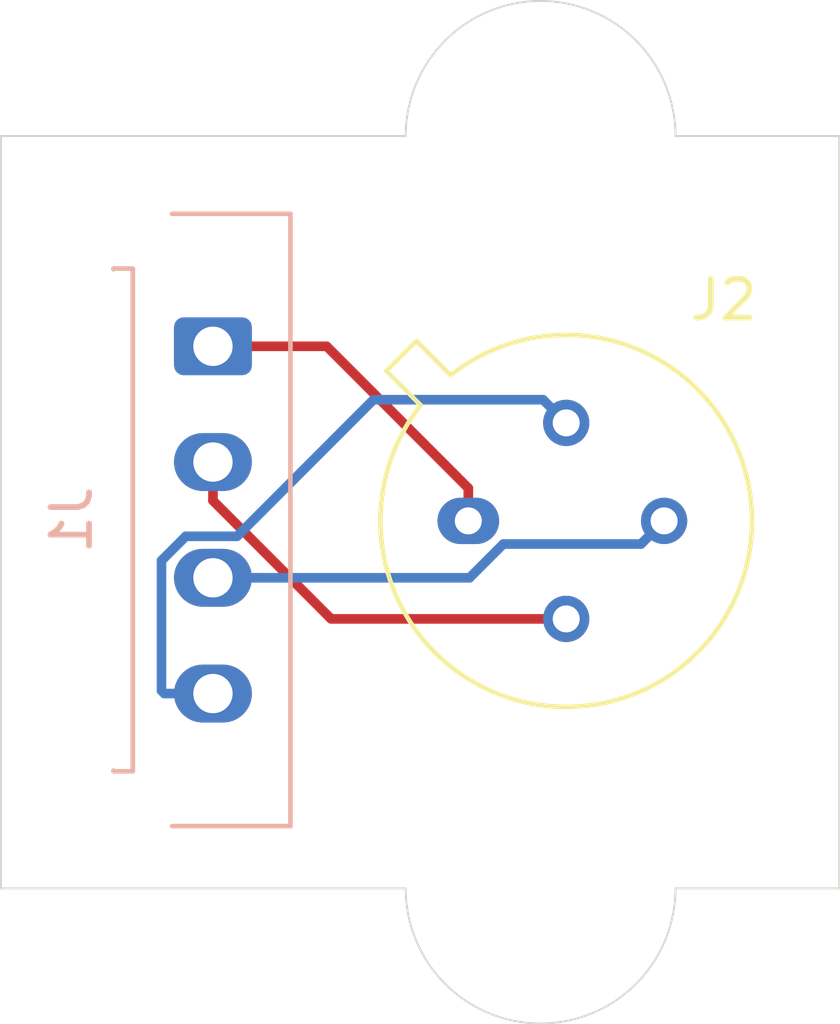
<source format=kicad_pcb>
(kicad_pcb (version 20171130) (host pcbnew "(5.1.5)-3")

  (general
    (thickness 1.6)
    (drawings 18)
    (tracks 20)
    (zones 0)
    (modules 4)
    (nets 5)
  )

  (page A4)
  (layers
    (0 F.Cu signal)
    (31 B.Cu signal)
    (32 B.Adhes user)
    (33 F.Adhes user)
    (34 B.Paste user)
    (35 F.Paste user)
    (36 B.SilkS user)
    (37 F.SilkS user)
    (38 B.Mask user)
    (39 F.Mask user)
    (40 Dwgs.User user)
    (41 Cmts.User user)
    (42 Eco1.User user)
    (43 Eco2.User user)
    (44 Edge.Cuts user)
    (45 Margin user)
    (46 B.CrtYd user)
    (47 F.CrtYd user)
    (48 B.Fab user)
    (49 F.Fab user)
  )

  (setup
    (last_trace_width 0.25)
    (trace_clearance 0.2)
    (zone_clearance 0.508)
    (zone_45_only no)
    (trace_min 0.2)
    (via_size 0.8)
    (via_drill 0.4)
    (via_min_size 0.4)
    (via_min_drill 0.3)
    (uvia_size 0.3)
    (uvia_drill 0.1)
    (uvias_allowed no)
    (uvia_min_size 0.2)
    (uvia_min_drill 0.1)
    (edge_width 0.05)
    (segment_width 0.2)
    (pcb_text_width 0.3)
    (pcb_text_size 1.5 1.5)
    (mod_edge_width 0.12)
    (mod_text_size 1 1)
    (mod_text_width 0.15)
    (pad_size 1.524 1.524)
    (pad_drill 0.762)
    (pad_to_mask_clearance 0.051)
    (solder_mask_min_width 0.25)
    (aux_axis_origin 0 0)
    (grid_origin 174.5 93.75)
    (visible_elements FFFFFF7F)
    (pcbplotparams
      (layerselection 0x010fc_ffffffff)
      (usegerberextensions false)
      (usegerberattributes false)
      (usegerberadvancedattributes false)
      (creategerberjobfile false)
      (excludeedgelayer true)
      (linewidth 0.100000)
      (plotframeref false)
      (viasonmask false)
      (mode 1)
      (useauxorigin false)
      (hpglpennumber 1)
      (hpglpenspeed 20)
      (hpglpendiameter 15.000000)
      (psnegative false)
      (psa4output false)
      (plotreference true)
      (plotvalue true)
      (plotinvisibletext false)
      (padsonsilk false)
      (subtractmaskfromsilk false)
      (outputformat 1)
      (mirror false)
      (drillshape 1)
      (scaleselection 1)
      (outputdirectory ""))
  )

  (net 0 "")
  (net 1 "Net-(J1-Pad1)")
  (net 2 "Net-(J1-Pad2)")
  (net 3 "Net-(J1-Pad3)")
  (net 4 "Net-(J1-Pad4)")

  (net_class Default "This is the default net class."
    (clearance 0.2)
    (trace_width 0.25)
    (via_dia 0.8)
    (via_drill 0.4)
    (uvia_dia 0.3)
    (uvia_drill 0.1)
    (add_net "Net-(J1-Pad1)")
    (add_net "Net-(J1-Pad2)")
    (add_net "Net-(J1-Pad3)")
    (add_net "Net-(J1-Pad4)")
  )

  (module MountingHole:MountingHole_3.2mm_M3 (layer F.Cu) (tedit 56D1B4CB) (tstamp 60700EBF)
    (at 169.5 84)
    (descr "Mounting Hole 3.2mm, no annular, M3")
    (tags "mounting hole 3.2mm no annular m3")
    (attr virtual)
    (fp_text reference REF** (at 0 -4.2) (layer F.SilkS) hide
      (effects (font (size 1 1) (thickness 0.15)))
    )
    (fp_text value MountingHole_3.2mm_M3 (at 0 4.2) (layer F.Fab) hide
      (effects (font (size 1 1) (thickness 0.15)))
    )
    (fp_text user %R (at 0.3 0) (layer F.Fab)
      (effects (font (size 1 1) (thickness 0.15)))
    )
    (fp_circle (center 0 0) (end 3.2 0) (layer Cmts.User) (width 0.15))
    (fp_circle (center 0 0) (end 3.45 0) (layer F.CrtYd) (width 0.05))
    (pad 1 np_thru_hole circle (at 0 0) (size 3.2 3.2) (drill 3.2) (layers *.Cu *.Mask))
  )

  (module MountingHole:MountingHole_3.2mm_M3 (layer F.Cu) (tedit 56D1B4CB) (tstamp 60700DF2)
    (at 169.5 103.5)
    (descr "Mounting Hole 3.2mm, no annular, M3")
    (tags "mounting hole 3.2mm no annular m3")
    (attr virtual)
    (fp_text reference REF** (at 0 -4.2) (layer F.SilkS) hide
      (effects (font (size 1 1) (thickness 0.15)))
    )
    (fp_text value MountingHole_3.2mm_M3 (at 0 4.2) (layer F.Fab) hide
      (effects (font (size 1 1) (thickness 0.15)))
    )
    (fp_circle (center 0 0) (end 3.45 0) (layer F.CrtYd) (width 0.05))
    (fp_circle (center 0 0) (end 3.2 0) (layer Cmts.User) (width 0.15))
    (fp_text user %R (at 0.3 0) (layer F.Fab)
      (effects (font (size 1 1) (thickness 0.15)))
    )
    (pad 1 np_thru_hole circle (at 0 0) (size 3.2 3.2) (drill 3.2) (layers *.Cu *.Mask))
  )

  (module Package_TO_SOT_THT:TO-39-4_Window (layer F.Cu) (tedit 5A02FF81) (tstamp 607006B3)
    (at 167.625001 93.975001)
    (descr "TO-39-4_Window, Window")
    (tags "TO-39-4_Window Window")
    (path /606FFE25)
    (fp_text reference J2 (at 6.624999 -5.725001) (layer F.SilkS)
      (effects (font (size 1 1) (thickness 0.15)))
    )
    (fp_text value "MLX Sensor" (at 8.374999 0.024999 270) (layer F.Fab)
      (effects (font (size 1 1) (thickness 0.15)))
    )
    (fp_text user %R (at 2.54 -5.82) (layer F.Fab)
      (effects (font (size 1 1) (thickness 0.15)))
    )
    (fp_line (start -0.465408 -3.61352) (end -1.27151 -4.419621) (layer F.Fab) (width 0.1))
    (fp_line (start -1.27151 -4.419621) (end -1.879621 -3.81151) (layer F.Fab) (width 0.1))
    (fp_line (start -1.879621 -3.81151) (end -1.07352 -3.005408) (layer F.Fab) (width 0.1))
    (fp_line (start 3.864 -2.637) (end 5.177 -1.324) (layer F.Fab) (width 0.1))
    (fp_line (start 3.025 -2.911) (end 5.451 -0.485) (layer F.Fab) (width 0.1))
    (fp_line (start 2.42 -2.948) (end 5.488 0.12) (layer F.Fab) (width 0.1))
    (fp_line (start 1.918 -2.884) (end 5.424 0.622) (layer F.Fab) (width 0.1))
    (fp_line (start 1.482 -2.755) (end 5.295 1.058) (layer F.Fab) (width 0.1))
    (fp_line (start 1.097 -2.574) (end 5.114 1.443) (layer F.Fab) (width 0.1))
    (fp_line (start 0.756 -2.35) (end 4.89 1.784) (layer F.Fab) (width 0.1))
    (fp_line (start 0.454 -2.086) (end 4.626 2.086) (layer F.Fab) (width 0.1))
    (fp_line (start 0.19 -1.784) (end 4.324 2.35) (layer F.Fab) (width 0.1))
    (fp_line (start -0.034 -1.443) (end 3.983 2.574) (layer F.Fab) (width 0.1))
    (fp_line (start -0.215 -1.058) (end 3.598 2.755) (layer F.Fab) (width 0.1))
    (fp_line (start -0.344 -0.622) (end 3.162 2.884) (layer F.Fab) (width 0.1))
    (fp_line (start -0.408 -0.12) (end 2.66 2.948) (layer F.Fab) (width 0.1))
    (fp_line (start -0.371 0.485) (end 2.055 2.911) (layer F.Fab) (width 0.1))
    (fp_line (start -0.097 1.324) (end 1.216 2.637) (layer F.Fab) (width 0.1))
    (fp_line (start -0.457084 -3.774902) (end -1.348039 -4.665856) (layer F.SilkS) (width 0.12))
    (fp_line (start -1.348039 -4.665856) (end -2.125856 -3.888039) (layer F.SilkS) (width 0.12))
    (fp_line (start -2.125856 -3.888039) (end -1.234902 -2.997084) (layer F.SilkS) (width 0.12))
    (fp_line (start -2.41 -4.95) (end -2.41 4.95) (layer F.CrtYd) (width 0.05))
    (fp_line (start -2.41 4.95) (end 7.49 4.95) (layer F.CrtYd) (width 0.05))
    (fp_line (start 7.49 4.95) (end 7.49 -4.95) (layer F.CrtYd) (width 0.05))
    (fp_line (start 7.49 -4.95) (end -2.41 -4.95) (layer F.CrtYd) (width 0.05))
    (fp_circle (center 2.54 0) (end 6.79 0) (layer F.Fab) (width 0.1))
    (fp_circle (center 2.54 0) (end 5.49 0) (layer F.Fab) (width 0.1))
    (fp_arc (start 2.54 0) (end -0.465408 -3.61352) (angle 349.5) (layer F.Fab) (width 0.1))
    (fp_arc (start 2.54 0) (end -0.457084 -3.774902) (angle 346.9) (layer F.SilkS) (width 0.12))
    (pad 1 thru_hole oval (at 0 0) (size 1.6 1.2) (drill 0.7) (layers *.Cu *.Mask)
      (net 1 "Net-(J1-Pad1)"))
    (pad 2 thru_hole oval (at 2.54 2.54) (size 1.2 1.2) (drill 0.7) (layers *.Cu *.Mask)
      (net 2 "Net-(J1-Pad2)"))
    (pad 3 thru_hole oval (at 5.08 0) (size 1.2 1.2) (drill 0.7) (layers *.Cu *.Mask)
      (net 3 "Net-(J1-Pad3)"))
    (pad 4 thru_hole oval (at 2.54 -2.54) (size 1.2 1.2) (drill 0.7) (layers *.Cu *.Mask)
      (net 4 "Net-(J1-Pad4)"))
    (model ${KISYS3DMOD}/Package_TO_SOT_THT.3dshapes/TO-39-4_Window.wrl
      (at (xyz 0 0 0))
      (scale (xyz 1 1 1))
      (rotate (xyz 0 0 0))
    )
  )

  (module Connector_Molex:Molex_Micro-Fit_3.0_43650-0415_1x04_P3.00mm_Vertical (layer B.Cu) (tedit 5CA3843E) (tstamp 607010DC)
    (at 161 89.45 270)
    (descr "Molex Micro-Fit 3.0 Connector System, 43650-0415 (compatible alternatives: 43650-0416, 43650-0417), 4 Pins per row (http://www.molex.com/pdm_docs/sd/436500215_sd.pdf), generated with kicad-footprint-generator")
    (tags "connector Molex Micro-Fit_3.0 vertical")
    (path /60700159)
    (fp_text reference J1 (at 4.5 3.67 270) (layer B.SilkS)
      (effects (font (size 1 1) (thickness 0.15)) (justify mirror))
    )
    (fp_text value Molex (at 4.5 -4.5 270) (layer B.Fab)
      (effects (font (size 1 1) (thickness 0.15)) (justify mirror))
    )
    (fp_line (start -2.125 1.97) (end -2.125 2.47) (layer B.Fab) (width 0.1))
    (fp_line (start -2.125 2.47) (end -3.325 2.47) (layer B.Fab) (width 0.1))
    (fp_line (start -3.325 2.47) (end -3.325 -1.9) (layer B.Fab) (width 0.1))
    (fp_line (start -3.325 -1.9) (end 12.325 -1.9) (layer B.Fab) (width 0.1))
    (fp_line (start 12.325 -1.9) (end 12.325 2.47) (layer B.Fab) (width 0.1))
    (fp_line (start 12.325 2.47) (end 11.125 2.47) (layer B.Fab) (width 0.1))
    (fp_line (start 11.125 2.47) (end 11.125 1.97) (layer B.Fab) (width 0.1))
    (fp_line (start 11.125 1.97) (end -2.125 1.97) (layer B.Fab) (width 0.1))
    (fp_line (start -3.325 1.34) (end -2.125 1.97) (layer B.Fab) (width 0.1))
    (fp_line (start 12.325 1.34) (end 11.125 1.97) (layer B.Fab) (width 0.1))
    (fp_line (start 3.8 -1.9) (end 3.8 -3.3) (layer B.Fab) (width 0.1))
    (fp_line (start 3.8 -3.3) (end 5.2 -3.3) (layer B.Fab) (width 0.1))
    (fp_line (start 5.2 -3.3) (end 5.2 -1.9) (layer B.Fab) (width 0.1))
    (fp_line (start -0.5 1.97) (end 0 1.262893) (layer B.Fab) (width 0.1))
    (fp_line (start 0 1.262893) (end 0.5 1.97) (layer B.Fab) (width 0.1))
    (fp_line (start -3.435 1.065) (end -3.435 -2.01) (layer B.SilkS) (width 0.12))
    (fp_line (start -3.435 -2.01) (end 12.435 -2.01) (layer B.SilkS) (width 0.12))
    (fp_line (start 12.435 -2.01) (end 12.435 1.065) (layer B.SilkS) (width 0.12))
    (fp_line (start -1.995 2.58) (end -2.015 2.58) (layer B.SilkS) (width 0.12))
    (fp_line (start -2.015 2.58) (end -2.015 2.08) (layer B.SilkS) (width 0.12))
    (fp_line (start -2.015 2.08) (end 11.015 2.08) (layer B.SilkS) (width 0.12))
    (fp_line (start 11.015 2.08) (end 11.015 2.58) (layer B.SilkS) (width 0.12))
    (fp_line (start 11.015 2.58) (end 10.995 2.58) (layer B.SilkS) (width 0.12))
    (fp_line (start -3.82 2.97) (end 12.82 2.97) (layer B.CrtYd) (width 0.05))
    (fp_line (start 12.82 2.97) (end 12.82 -3.8) (layer B.CrtYd) (width 0.05))
    (fp_line (start 12.82 -3.8) (end -3.82 -3.8) (layer B.CrtYd) (width 0.05))
    (fp_line (start -3.82 -3.8) (end -3.82 2.97) (layer B.CrtYd) (width 0.05))
    (fp_text user %R (at 4.5 -1.2 270) (layer B.Fab)
      (effects (font (size 1 1) (thickness 0.15)) (justify mirror))
    )
    (pad "" np_thru_hole circle (at -3 1.96 270) (size 1.27 1.27) (drill 1.27) (layers *.Cu *.Mask))
    (pad "" np_thru_hole circle (at 12 1.96 270) (size 1.27 1.27) (drill 1.27) (layers *.Cu *.Mask))
    (pad 1 thru_hole roundrect (at 0 0 270) (size 1.5 2.02) (drill 1.02) (layers *.Cu *.Mask) (roundrect_rratio 0.166667)
      (net 1 "Net-(J1-Pad1)"))
    (pad 2 thru_hole oval (at 3 0 270) (size 1.5 2.02) (drill 1.02) (layers *.Cu *.Mask)
      (net 2 "Net-(J1-Pad2)"))
    (pad 3 thru_hole oval (at 6 0 270) (size 1.5 2.02) (drill 1.02) (layers *.Cu *.Mask)
      (net 3 "Net-(J1-Pad3)"))
    (pad 4 thru_hole oval (at 9 0 270) (size 1.5 2.02) (drill 1.02) (layers *.Cu *.Mask)
      (net 4 "Net-(J1-Pad4)"))
    (model ${KISYS3DMOD}/Connector_Molex.3dshapes/Molex_Micro-Fit_3.0_43650-0415_1x04_P3.00mm_Vertical.wrl
      (at (xyz 0 0 0))
      (scale (xyz 1 1 1))
      (rotate (xyz 0 0 0))
    )
  )

  (gr_line (start 166 84) (end 165.5 84) (layer Edge.Cuts) (width 0.05) (tstamp 6070123D))
  (gr_line (start 173 84) (end 173.5 84) (layer Edge.Cuts) (width 0.05) (tstamp 6070123C))
  (gr_arc (start 169.5 84) (end 173 84) (angle -180) (layer Edge.Cuts) (width 0.05))
  (gr_line (start 166 103.5) (end 165.5 103.5) (layer Edge.Cuts) (width 0.05) (tstamp 607011FE))
  (gr_line (start 173 103.5) (end 173.5 103.5) (layer Edge.Cuts) (width 0.05) (tstamp 607011FD))
  (gr_arc (start 169.5 103.5) (end 166 103.5) (angle -180) (layer Edge.Cuts) (width 0.05))
  (gr_line (start 173.5 103.5) (end 174.5 103.5) (layer Edge.Cuts) (width 0.05) (tstamp 607011A6))
  (gr_line (start 164.5 103.5) (end 165.5 103.5) (layer Edge.Cuts) (width 0.05) (tstamp 607011A5))
  (gr_line (start 165.5 84) (end 164.5 84) (layer Edge.Cuts) (width 0.05) (tstamp 6070119E))
  (gr_line (start 173.5 84) (end 174.5 84) (layer Edge.Cuts) (width 0.05) (tstamp 6070119D))
  (gr_line (start 177.25 103.5) (end 174.5 103.5) (layer Edge.Cuts) (width 0.05) (tstamp 60700F67))
  (gr_line (start 177.25 84) (end 177.25 103.5) (layer Edge.Cuts) (width 0.05))
  (gr_line (start 174.5 84) (end 177.25 84) (layer Edge.Cuts) (width 0.05))
  (gr_line (start 164 84) (end 164.5 84) (layer Edge.Cuts) (width 0.05) (tstamp 60700ED2))
  (gr_line (start 164 103.5) (end 164.5 103.5) (layer Edge.Cuts) (width 0.05) (tstamp 60700EA9))
  (gr_line (start 155.5 84) (end 164 84) (layer Edge.Cuts) (width 0.05))
  (gr_line (start 155.5 103.5) (end 164 103.5) (layer Edge.Cuts) (width 0.05))
  (gr_line (start 155.5 84) (end 155.5 103.5) (layer Edge.Cuts) (width 0.05))

  (segment (start 162.01 89.45) (end 161 89.45) (width 0.25) (layer F.Cu) (net 1))
  (segment (start 163.95 89.45) (end 162.01 89.45) (width 0.25) (layer F.Cu) (net 1))
  (segment (start 167.625001 93.125001) (end 163.95 89.45) (width 0.25) (layer F.Cu) (net 1))
  (segment (start 167.625001 93.975001) (end 167.625001 93.125001) (width 0.25) (layer F.Cu) (net 1))
  (segment (start 164.065001 96.515001) (end 161 93.45) (width 0.25) (layer F.Cu) (net 2))
  (segment (start 161 93.45) (end 161 92.45) (width 0.25) (layer F.Cu) (net 2))
  (segment (start 170.165001 96.515001) (end 164.065001 96.515001) (width 0.25) (layer F.Cu) (net 2))
  (segment (start 167.658163 95.45) (end 162.26 95.45) (width 0.25) (layer B.Cu) (net 3))
  (segment (start 168.533163 94.575) (end 167.658163 95.45) (width 0.25) (layer B.Cu) (net 3))
  (segment (start 162.26 95.45) (end 161 95.45) (width 0.25) (layer B.Cu) (net 3))
  (segment (start 172.105002 94.575) (end 168.533163 94.575) (width 0.25) (layer B.Cu) (net 3))
  (segment (start 172.705001 93.975001) (end 172.105002 94.575) (width 0.25) (layer B.Cu) (net 3))
  (segment (start 159.74 98.45) (end 161 98.45) (width 0.25) (layer B.Cu) (net 4))
  (segment (start 159.66499 98.37499) (end 159.74 98.45) (width 0.25) (layer B.Cu) (net 4))
  (segment (start 159.66499 95.004717) (end 159.66499 98.37499) (width 0.25) (layer B.Cu) (net 4))
  (segment (start 160.294717 94.37499) (end 159.66499 95.004717) (width 0.25) (layer B.Cu) (net 4))
  (segment (start 165.164998 90.835002) (end 161.62501 94.37499) (width 0.25) (layer B.Cu) (net 4))
  (segment (start 169.565002 90.835002) (end 165.164998 90.835002) (width 0.25) (layer B.Cu) (net 4))
  (segment (start 161.62501 94.37499) (end 160.294717 94.37499) (width 0.25) (layer B.Cu) (net 4))
  (segment (start 170.165001 91.435001) (end 169.565002 90.835002) (width 0.25) (layer B.Cu) (net 4))

)

</source>
